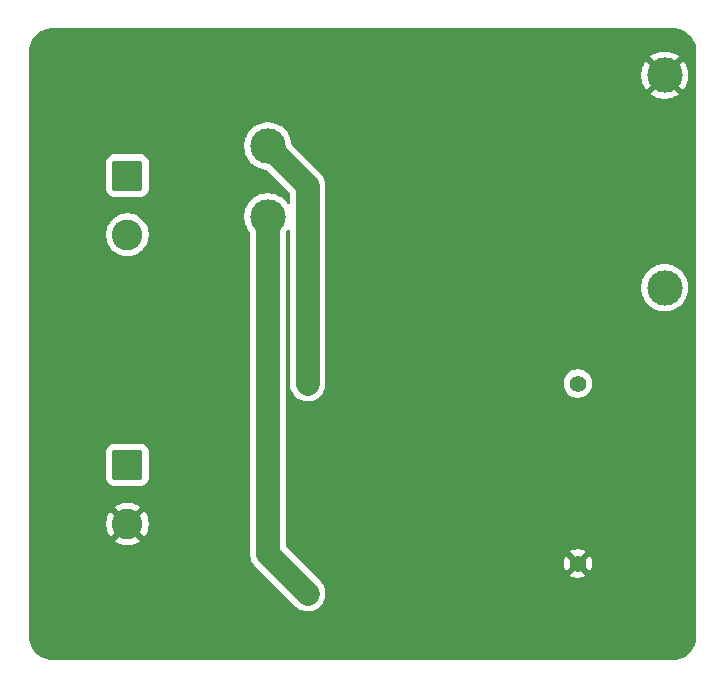
<source format=gbr>
%TF.GenerationSoftware,KiCad,Pcbnew,9.0.0*%
%TF.CreationDate,2025-03-24T13:57:02-05:00*%
%TF.ProjectId,DIIN-proyecto,4449494e-2d70-4726-9f79-6563746f2e6b,rev?*%
%TF.SameCoordinates,Original*%
%TF.FileFunction,Copper,L2,Bot*%
%TF.FilePolarity,Positive*%
%FSLAX46Y46*%
G04 Gerber Fmt 4.6, Leading zero omitted, Abs format (unit mm)*
G04 Created by KiCad (PCBNEW 9.0.0) date 2025-03-24 13:57:02*
%MOMM*%
%LPD*%
G01*
G04 APERTURE LIST*
G04 Aperture macros list*
%AMRoundRect*
0 Rectangle with rounded corners*
0 $1 Rounding radius*
0 $2 $3 $4 $5 $6 $7 $8 $9 X,Y pos of 4 corners*
0 Add a 4 corners polygon primitive as box body*
4,1,4,$2,$3,$4,$5,$6,$7,$8,$9,$2,$3,0*
0 Add four circle primitives for the rounded corners*
1,1,$1+$1,$2,$3*
1,1,$1+$1,$4,$5*
1,1,$1+$1,$6,$7*
1,1,$1+$1,$8,$9*
0 Add four rect primitives between the rounded corners*
20,1,$1+$1,$2,$3,$4,$5,0*
20,1,$1+$1,$4,$5,$6,$7,0*
20,1,$1+$1,$6,$7,$8,$9,0*
20,1,$1+$1,$8,$9,$2,$3,0*%
G04 Aperture macros list end*
%TA.AperFunction,ComponentPad*%
%ADD10C,3.000000*%
%TD*%
%TA.AperFunction,ComponentPad*%
%ADD11C,1.400000*%
%TD*%
%TA.AperFunction,ComponentPad*%
%ADD12RoundRect,0.250000X-1.050000X1.050000X-1.050000X-1.050000X1.050000X-1.050000X1.050000X1.050000X0*%
%TD*%
%TA.AperFunction,ComponentPad*%
%ADD13C,2.600000*%
%TD*%
%TA.AperFunction,Conductor*%
%ADD14C,2.000000*%
%TD*%
G04 APERTURE END LIST*
D10*
%TO.P,U2,1,L*%
%TO.N,L*%
X117220000Y-59000000D03*
%TO.P,U2,2,N*%
%TO.N,N*%
X117220000Y-65000000D03*
%TO.P,U2,3,GND*%
%TO.N,GND*%
X150820000Y-53000000D03*
%TO.P,U2,4,+5v*%
%TO.N,COM*%
X150820000Y-71000000D03*
%TD*%
D11*
%TO.P,PS1,1,VAC_IN_(L)*%
%TO.N,N*%
X120590000Y-96890000D03*
%TO.P,PS1,2,-VOUT*%
%TO.N,GND*%
X143450000Y-94350000D03*
%TO.P,PS1,3,+VOUT*%
%TO.N,+3.3V*%
X143450000Y-79110000D03*
%TO.P,PS1,4,VAC_IN_(N)*%
%TO.N,L*%
X120590000Y-79110000D03*
%TD*%
D12*
%TO.P,J4,1,Pin_1*%
%TO.N,L*%
X105327500Y-61500000D03*
D13*
%TO.P,J4,2,Pin_2*%
%TO.N,N*%
X105327500Y-66500000D03*
%TD*%
D12*
%TO.P,J2,1,Pin_1*%
%TO.N,+12V*%
X105327500Y-86000000D03*
D13*
%TO.P,J2,2,Pin_2*%
%TO.N,GND*%
X105327500Y-91000000D03*
%TD*%
D14*
%TO.N,L*%
X120590000Y-62370000D02*
X117220000Y-59000000D01*
X120590000Y-79110000D02*
X120590000Y-62370000D01*
%TO.N,N*%
X117220000Y-93520000D02*
X117220000Y-65000000D01*
X120590000Y-96890000D02*
X117220000Y-93520000D01*
%TD*%
%TA.AperFunction,Conductor*%
%TO.N,GND*%
G36*
X151504043Y-49000765D02*
G01*
X151752895Y-49017075D01*
X151768953Y-49019190D01*
X151976105Y-49060395D01*
X152009535Y-49067045D01*
X152025202Y-49071243D01*
X152194947Y-49128863D01*
X152257481Y-49150091D01*
X152272458Y-49156294D01*
X152481799Y-49259529D01*
X152492460Y-49264787D01*
X152506508Y-49272897D01*
X152710464Y-49409177D01*
X152723328Y-49419048D01*
X152907749Y-49580781D01*
X152919218Y-49592250D01*
X153080951Y-49776671D01*
X153090825Y-49789539D01*
X153227102Y-49993492D01*
X153235212Y-50007539D01*
X153343702Y-50227534D01*
X153349909Y-50242520D01*
X153428756Y-50474797D01*
X153432954Y-50490464D01*
X153480807Y-50731035D01*
X153482925Y-50747116D01*
X153499235Y-50995956D01*
X153499500Y-51004066D01*
X153499500Y-100495933D01*
X153499235Y-100504043D01*
X153482925Y-100752883D01*
X153480807Y-100768964D01*
X153432954Y-101009535D01*
X153428756Y-101025202D01*
X153349909Y-101257479D01*
X153343702Y-101272465D01*
X153235212Y-101492460D01*
X153227102Y-101506507D01*
X153090825Y-101710460D01*
X153080951Y-101723328D01*
X152919218Y-101907749D01*
X152907749Y-101919218D01*
X152723328Y-102080951D01*
X152710460Y-102090825D01*
X152506507Y-102227102D01*
X152492460Y-102235212D01*
X152272465Y-102343702D01*
X152257479Y-102349909D01*
X152025202Y-102428756D01*
X152009535Y-102432954D01*
X151768964Y-102480807D01*
X151752883Y-102482925D01*
X151504043Y-102499235D01*
X151495933Y-102499500D01*
X99004067Y-102499500D01*
X98995957Y-102499235D01*
X98747116Y-102482925D01*
X98731035Y-102480807D01*
X98490464Y-102432954D01*
X98474797Y-102428756D01*
X98242520Y-102349909D01*
X98227534Y-102343702D01*
X98007539Y-102235212D01*
X97993492Y-102227102D01*
X97789539Y-102090825D01*
X97776671Y-102080951D01*
X97592250Y-101919218D01*
X97580781Y-101907749D01*
X97419048Y-101723328D01*
X97409174Y-101710460D01*
X97272897Y-101506507D01*
X97264787Y-101492460D01*
X97158855Y-101277652D01*
X97156294Y-101272458D01*
X97150090Y-101257479D01*
X97071243Y-101025202D01*
X97067045Y-101009535D01*
X97059186Y-100970026D01*
X97019190Y-100768953D01*
X97017075Y-100752895D01*
X97000765Y-100504043D01*
X97000500Y-100495933D01*
X97000500Y-90882014D01*
X103527500Y-90882014D01*
X103527500Y-91117985D01*
X103558299Y-91351914D01*
X103619370Y-91579837D01*
X103709660Y-91797819D01*
X103709665Y-91797828D01*
X103827644Y-92002171D01*
X103827645Y-92002172D01*
X103890221Y-92083723D01*
X104726458Y-91247487D01*
X104751478Y-91307890D01*
X104822612Y-91414351D01*
X104913149Y-91504888D01*
X105019610Y-91576022D01*
X105080011Y-91601041D01*
X104243775Y-92437277D01*
X104325327Y-92499854D01*
X104325328Y-92499855D01*
X104529671Y-92617834D01*
X104529680Y-92617839D01*
X104747663Y-92708129D01*
X104747661Y-92708129D01*
X104975585Y-92769200D01*
X105209514Y-92799999D01*
X105209529Y-92800000D01*
X105445471Y-92800000D01*
X105445485Y-92799999D01*
X105679414Y-92769200D01*
X105907337Y-92708129D01*
X106125319Y-92617839D01*
X106125328Y-92617834D01*
X106329681Y-92499850D01*
X106411223Y-92437279D01*
X106411223Y-92437276D01*
X105574987Y-91601041D01*
X105635390Y-91576022D01*
X105741851Y-91504888D01*
X105832388Y-91414351D01*
X105903522Y-91307890D01*
X105928541Y-91247488D01*
X106764776Y-92083723D01*
X106764779Y-92083723D01*
X106827350Y-92002181D01*
X106945334Y-91797828D01*
X106945339Y-91797819D01*
X107035629Y-91579837D01*
X107096700Y-91351914D01*
X107127499Y-91117985D01*
X107127500Y-91117971D01*
X107127500Y-90882028D01*
X107127499Y-90882014D01*
X107096700Y-90648085D01*
X107035629Y-90420162D01*
X106945339Y-90202180D01*
X106945334Y-90202171D01*
X106827355Y-89997828D01*
X106827354Y-89997827D01*
X106764777Y-89916275D01*
X105928541Y-90752511D01*
X105903522Y-90692110D01*
X105832388Y-90585649D01*
X105741851Y-90495112D01*
X105635390Y-90423978D01*
X105574988Y-90398958D01*
X106411223Y-89562721D01*
X106329672Y-89500145D01*
X106329671Y-89500144D01*
X106125328Y-89382165D01*
X106125319Y-89382160D01*
X105907336Y-89291870D01*
X105907338Y-89291870D01*
X105679414Y-89230799D01*
X105445485Y-89200000D01*
X105209514Y-89200000D01*
X104975585Y-89230799D01*
X104747662Y-89291870D01*
X104529680Y-89382160D01*
X104529671Y-89382165D01*
X104325328Y-89500144D01*
X104325318Y-89500150D01*
X104243775Y-89562720D01*
X104243775Y-89562721D01*
X105080012Y-90398958D01*
X105019610Y-90423978D01*
X104913149Y-90495112D01*
X104822612Y-90585649D01*
X104751478Y-90692110D01*
X104726458Y-90752511D01*
X103890221Y-89916275D01*
X103890220Y-89916275D01*
X103827650Y-89997818D01*
X103827644Y-89997828D01*
X103709665Y-90202171D01*
X103709660Y-90202180D01*
X103619370Y-90420162D01*
X103558299Y-90648085D01*
X103527500Y-90882014D01*
X97000500Y-90882014D01*
X97000500Y-84899983D01*
X103527000Y-84899983D01*
X103527000Y-87100001D01*
X103527001Y-87100018D01*
X103537500Y-87202796D01*
X103537501Y-87202799D01*
X103592685Y-87369331D01*
X103592686Y-87369334D01*
X103684788Y-87518656D01*
X103808844Y-87642712D01*
X103958166Y-87734814D01*
X104124703Y-87789999D01*
X104227491Y-87800500D01*
X106427508Y-87800499D01*
X106530297Y-87789999D01*
X106696834Y-87734814D01*
X106846156Y-87642712D01*
X106970212Y-87518656D01*
X107062314Y-87369334D01*
X107117499Y-87202797D01*
X107128000Y-87100009D01*
X107127999Y-84899992D01*
X107117499Y-84797203D01*
X107062314Y-84630666D01*
X106970212Y-84481344D01*
X106846156Y-84357288D01*
X106696834Y-84265186D01*
X106530297Y-84210001D01*
X106530295Y-84210000D01*
X106427510Y-84199500D01*
X104227498Y-84199500D01*
X104227481Y-84199501D01*
X104124703Y-84210000D01*
X104124700Y-84210001D01*
X103958168Y-84265185D01*
X103958163Y-84265187D01*
X103808842Y-84357289D01*
X103684789Y-84481342D01*
X103592687Y-84630663D01*
X103592686Y-84630666D01*
X103537501Y-84797203D01*
X103537501Y-84797204D01*
X103537500Y-84797204D01*
X103527000Y-84899983D01*
X97000500Y-84899983D01*
X97000500Y-66381995D01*
X103527000Y-66381995D01*
X103527000Y-66618004D01*
X103527001Y-66618020D01*
X103557806Y-66852010D01*
X103618894Y-67079993D01*
X103709214Y-67298045D01*
X103709219Y-67298056D01*
X103780177Y-67420957D01*
X103827227Y-67502450D01*
X103827229Y-67502453D01*
X103827230Y-67502454D01*
X103970906Y-67689697D01*
X103970912Y-67689704D01*
X104137795Y-67856587D01*
X104137801Y-67856592D01*
X104325050Y-68000273D01*
X104456418Y-68076118D01*
X104529443Y-68118280D01*
X104529448Y-68118282D01*
X104529451Y-68118284D01*
X104747507Y-68208606D01*
X104975486Y-68269693D01*
X105209489Y-68300500D01*
X105209496Y-68300500D01*
X105445504Y-68300500D01*
X105445511Y-68300500D01*
X105679514Y-68269693D01*
X105907493Y-68208606D01*
X106125549Y-68118284D01*
X106329950Y-68000273D01*
X106517199Y-67856592D01*
X106684092Y-67689699D01*
X106827773Y-67502450D01*
X106945784Y-67298049D01*
X107036106Y-67079993D01*
X107097193Y-66852014D01*
X107128000Y-66618011D01*
X107128000Y-66381989D01*
X107097193Y-66147986D01*
X107036106Y-65920007D01*
X106945784Y-65701951D01*
X106945782Y-65701948D01*
X106945780Y-65701943D01*
X106903618Y-65628918D01*
X106827773Y-65497550D01*
X106768501Y-65420306D01*
X106684093Y-65310302D01*
X106684087Y-65310295D01*
X106517204Y-65143412D01*
X106517197Y-65143406D01*
X106329954Y-64999730D01*
X106329953Y-64999729D01*
X106329950Y-64999727D01*
X106248457Y-64952677D01*
X106125556Y-64881719D01*
X106125545Y-64881714D01*
X105907493Y-64791394D01*
X105679510Y-64730306D01*
X105445520Y-64699501D01*
X105445517Y-64699500D01*
X105445511Y-64699500D01*
X105209489Y-64699500D01*
X105209483Y-64699500D01*
X105209479Y-64699501D01*
X104975489Y-64730306D01*
X104747506Y-64791394D01*
X104529454Y-64881714D01*
X104529443Y-64881719D01*
X104325045Y-64999730D01*
X104137802Y-65143406D01*
X104137795Y-65143412D01*
X103970912Y-65310295D01*
X103970906Y-65310302D01*
X103827230Y-65497545D01*
X103709219Y-65701943D01*
X103709214Y-65701954D01*
X103618894Y-65920006D01*
X103557806Y-66147989D01*
X103527001Y-66381979D01*
X103527000Y-66381995D01*
X97000500Y-66381995D01*
X97000500Y-60399983D01*
X103527000Y-60399983D01*
X103527000Y-62600001D01*
X103527001Y-62600018D01*
X103537500Y-62702796D01*
X103537501Y-62702799D01*
X103592685Y-62869331D01*
X103592686Y-62869334D01*
X103684788Y-63018656D01*
X103808844Y-63142712D01*
X103958166Y-63234814D01*
X104124703Y-63289999D01*
X104227491Y-63300500D01*
X106427508Y-63300499D01*
X106530297Y-63289999D01*
X106696834Y-63234814D01*
X106846156Y-63142712D01*
X106970212Y-63018656D01*
X107062314Y-62869334D01*
X107117499Y-62702797D01*
X107128000Y-62600009D01*
X107127999Y-60399992D01*
X107117499Y-60297203D01*
X107062314Y-60130666D01*
X106970212Y-59981344D01*
X106846156Y-59857288D01*
X106696834Y-59765186D01*
X106530297Y-59710001D01*
X106530295Y-59710000D01*
X106427510Y-59699500D01*
X104227498Y-59699500D01*
X104227481Y-59699501D01*
X104124703Y-59710000D01*
X104124700Y-59710001D01*
X103958168Y-59765185D01*
X103958163Y-59765187D01*
X103808842Y-59857289D01*
X103684789Y-59981342D01*
X103592687Y-60130663D01*
X103592686Y-60130666D01*
X103537501Y-60297203D01*
X103537501Y-60297204D01*
X103537500Y-60297204D01*
X103527000Y-60399983D01*
X97000500Y-60399983D01*
X97000500Y-58868872D01*
X115219500Y-58868872D01*
X115219500Y-59131127D01*
X115246123Y-59333339D01*
X115253730Y-59391116D01*
X115321602Y-59644418D01*
X115321605Y-59644428D01*
X115421953Y-59886690D01*
X115421958Y-59886700D01*
X115553075Y-60113803D01*
X115712718Y-60321851D01*
X115712726Y-60321860D01*
X115898140Y-60507274D01*
X115898148Y-60507281D01*
X116106196Y-60666924D01*
X116333299Y-60798041D01*
X116333309Y-60798046D01*
X116575571Y-60898394D01*
X116575581Y-60898398D01*
X116828884Y-60966270D01*
X117058196Y-60996460D01*
X117122092Y-61024727D01*
X117129691Y-61031718D01*
X119053181Y-62955208D01*
X119086666Y-63016531D01*
X119089500Y-63042889D01*
X119089500Y-63784907D01*
X119069815Y-63851946D01*
X119017011Y-63897701D01*
X118947853Y-63907645D01*
X118884297Y-63878620D01*
X118867125Y-63860394D01*
X118727281Y-63678148D01*
X118727274Y-63678140D01*
X118541860Y-63492726D01*
X118541851Y-63492718D01*
X118333803Y-63333075D01*
X118106700Y-63201958D01*
X118106690Y-63201953D01*
X117864428Y-63101605D01*
X117864421Y-63101603D01*
X117864419Y-63101602D01*
X117611116Y-63033730D01*
X117553339Y-63026123D01*
X117351127Y-62999500D01*
X117351120Y-62999500D01*
X117088880Y-62999500D01*
X117088872Y-62999500D01*
X116857772Y-63029926D01*
X116828884Y-63033730D01*
X116575581Y-63101602D01*
X116575571Y-63101605D01*
X116333309Y-63201953D01*
X116333299Y-63201958D01*
X116106196Y-63333075D01*
X115898148Y-63492718D01*
X115712718Y-63678148D01*
X115553075Y-63886196D01*
X115421958Y-64113299D01*
X115421953Y-64113309D01*
X115321605Y-64355571D01*
X115321602Y-64355581D01*
X115253730Y-64608885D01*
X115219500Y-64868872D01*
X115219500Y-65131127D01*
X115243089Y-65310295D01*
X115253730Y-65391116D01*
X115282249Y-65497550D01*
X115321602Y-65644418D01*
X115321605Y-65644428D01*
X115421953Y-65886690D01*
X115421958Y-65886700D01*
X115553075Y-66113803D01*
X115693875Y-66297294D01*
X115719070Y-66362463D01*
X115719500Y-66372781D01*
X115719500Y-93638097D01*
X115756446Y-93871368D01*
X115829433Y-94095996D01*
X115910731Y-94255552D01*
X115936657Y-94306434D01*
X116011353Y-94409244D01*
X116075484Y-94497511D01*
X116075485Y-94497512D01*
X119612491Y-98034519D01*
X119612496Y-98034523D01*
X119779155Y-98155606D01*
X119803567Y-98173343D01*
X119937659Y-98241666D01*
X120014003Y-98280566D01*
X120014005Y-98280566D01*
X120014008Y-98280568D01*
X120134412Y-98319689D01*
X120238631Y-98353553D01*
X120471903Y-98390500D01*
X120471908Y-98390500D01*
X120708097Y-98390500D01*
X120837690Y-98369973D01*
X120941369Y-98353553D01*
X121165992Y-98280568D01*
X121376434Y-98173343D01*
X121567510Y-98034518D01*
X121734518Y-97867510D01*
X121873343Y-97676434D01*
X121980568Y-97465992D01*
X122053553Y-97241369D01*
X122069973Y-97137690D01*
X122090500Y-97008097D01*
X122090500Y-96771902D01*
X122053553Y-96538631D01*
X121980566Y-96314003D01*
X121941666Y-96237659D01*
X121873343Y-96103567D01*
X121855606Y-96079155D01*
X121734523Y-95912496D01*
X121734519Y-95912491D01*
X120077580Y-94255552D01*
X142250000Y-94255552D01*
X142250000Y-94444447D01*
X142279548Y-94631002D01*
X142337914Y-94810637D01*
X142423666Y-94978933D01*
X142442116Y-95004328D01*
X143007861Y-94438584D01*
X143030667Y-94523694D01*
X143089910Y-94626306D01*
X143173694Y-94710090D01*
X143276306Y-94769333D01*
X143361415Y-94792138D01*
X142795669Y-95357882D01*
X142795670Y-95357883D01*
X142821059Y-95376329D01*
X142989362Y-95462085D01*
X143168997Y-95520451D01*
X143355553Y-95550000D01*
X143544447Y-95550000D01*
X143731002Y-95520451D01*
X143910637Y-95462085D01*
X144078937Y-95376331D01*
X144104328Y-95357883D01*
X144104328Y-95357882D01*
X143538584Y-94792138D01*
X143623694Y-94769333D01*
X143726306Y-94710090D01*
X143810090Y-94626306D01*
X143869333Y-94523694D01*
X143892138Y-94438584D01*
X144457882Y-95004328D01*
X144457883Y-95004328D01*
X144476331Y-94978937D01*
X144562085Y-94810637D01*
X144620451Y-94631002D01*
X144650000Y-94444447D01*
X144650000Y-94255552D01*
X144620451Y-94068997D01*
X144562085Y-93889362D01*
X144476329Y-93721059D01*
X144457883Y-93695670D01*
X144457882Y-93695669D01*
X143892137Y-94261414D01*
X143869333Y-94176306D01*
X143810090Y-94073694D01*
X143726306Y-93989910D01*
X143623694Y-93930667D01*
X143538584Y-93907861D01*
X144104328Y-93342116D01*
X144078933Y-93323666D01*
X143910637Y-93237914D01*
X143731002Y-93179548D01*
X143544447Y-93150000D01*
X143355553Y-93150000D01*
X143168997Y-93179548D01*
X142989362Y-93237914D01*
X142821060Y-93323669D01*
X142795670Y-93342116D01*
X142795669Y-93342116D01*
X143361415Y-93907861D01*
X143276306Y-93930667D01*
X143173694Y-93989910D01*
X143089910Y-94073694D01*
X143030667Y-94176306D01*
X143007861Y-94261414D01*
X142442116Y-93695669D01*
X142442116Y-93695670D01*
X142423669Y-93721060D01*
X142337914Y-93889362D01*
X142279548Y-94068997D01*
X142250000Y-94255552D01*
X120077580Y-94255552D01*
X118756819Y-92934791D01*
X118723334Y-92873468D01*
X118720500Y-92847110D01*
X118720500Y-66372781D01*
X118726940Y-66350848D01*
X118728842Y-66328068D01*
X118738875Y-66310201D01*
X118740185Y-66305742D01*
X118746108Y-66297315D01*
X118867126Y-66139602D01*
X118923552Y-66098403D01*
X118993299Y-66094248D01*
X119054219Y-66128461D01*
X119086971Y-66190178D01*
X119089500Y-66215092D01*
X119089500Y-79228097D01*
X119126446Y-79461368D01*
X119199433Y-79685996D01*
X119226542Y-79739199D01*
X119306657Y-79896433D01*
X119445483Y-80087510D01*
X119612490Y-80254517D01*
X119803567Y-80393343D01*
X119902991Y-80444002D01*
X120014003Y-80500566D01*
X120014005Y-80500566D01*
X120014008Y-80500568D01*
X120134412Y-80539689D01*
X120238631Y-80573553D01*
X120471903Y-80610500D01*
X120471908Y-80610500D01*
X120708097Y-80610500D01*
X120941368Y-80573553D01*
X121165992Y-80500568D01*
X121376433Y-80393343D01*
X121567510Y-80254517D01*
X121734517Y-80087510D01*
X121873343Y-79896433D01*
X121980568Y-79685992D01*
X122053553Y-79461368D01*
X122090500Y-79228097D01*
X122090500Y-79015513D01*
X142249500Y-79015513D01*
X142249500Y-79204486D01*
X142279059Y-79391118D01*
X142337454Y-79570836D01*
X142423240Y-79739199D01*
X142534310Y-79892073D01*
X142667927Y-80025690D01*
X142820801Y-80136760D01*
X142900347Y-80177290D01*
X142989163Y-80222545D01*
X142989165Y-80222545D01*
X142989168Y-80222547D01*
X143085497Y-80253846D01*
X143168881Y-80280940D01*
X143355514Y-80310500D01*
X143355519Y-80310500D01*
X143544486Y-80310500D01*
X143731118Y-80280940D01*
X143910832Y-80222547D01*
X144079199Y-80136760D01*
X144232073Y-80025690D01*
X144365690Y-79892073D01*
X144476760Y-79739199D01*
X144562547Y-79570832D01*
X144620940Y-79391118D01*
X144646760Y-79228097D01*
X144650500Y-79204486D01*
X144650500Y-79015513D01*
X144620940Y-78828881D01*
X144562545Y-78649163D01*
X144476759Y-78480800D01*
X144365690Y-78327927D01*
X144232073Y-78194310D01*
X144079199Y-78083240D01*
X143910836Y-77997454D01*
X143731118Y-77939059D01*
X143544486Y-77909500D01*
X143544481Y-77909500D01*
X143355519Y-77909500D01*
X143355514Y-77909500D01*
X143168881Y-77939059D01*
X142989163Y-77997454D01*
X142820800Y-78083240D01*
X142733579Y-78146610D01*
X142667927Y-78194310D01*
X142667925Y-78194312D01*
X142667924Y-78194312D01*
X142534312Y-78327924D01*
X142534312Y-78327925D01*
X142534310Y-78327927D01*
X142486610Y-78393579D01*
X142423240Y-78480800D01*
X142337454Y-78649163D01*
X142279059Y-78828881D01*
X142249500Y-79015513D01*
X122090500Y-79015513D01*
X122090500Y-70868872D01*
X148819500Y-70868872D01*
X148819500Y-71131127D01*
X148846123Y-71333339D01*
X148853730Y-71391116D01*
X148921602Y-71644418D01*
X148921605Y-71644428D01*
X149021953Y-71886690D01*
X149021958Y-71886700D01*
X149153075Y-72113803D01*
X149312718Y-72321851D01*
X149312726Y-72321860D01*
X149498140Y-72507274D01*
X149498148Y-72507281D01*
X149706196Y-72666924D01*
X149933299Y-72798041D01*
X149933309Y-72798046D01*
X150175571Y-72898394D01*
X150175581Y-72898398D01*
X150428884Y-72966270D01*
X150688880Y-73000500D01*
X150688887Y-73000500D01*
X150951113Y-73000500D01*
X150951120Y-73000500D01*
X151211116Y-72966270D01*
X151464419Y-72898398D01*
X151706697Y-72798043D01*
X151933803Y-72666924D01*
X152141851Y-72507282D01*
X152141855Y-72507277D01*
X152141860Y-72507274D01*
X152327274Y-72321860D01*
X152327277Y-72321855D01*
X152327282Y-72321851D01*
X152486924Y-72113803D01*
X152618043Y-71886697D01*
X152718398Y-71644419D01*
X152786270Y-71391116D01*
X152820500Y-71131120D01*
X152820500Y-70868880D01*
X152786270Y-70608884D01*
X152718398Y-70355581D01*
X152718394Y-70355571D01*
X152618046Y-70113309D01*
X152618041Y-70113299D01*
X152486924Y-69886196D01*
X152327281Y-69678148D01*
X152327274Y-69678140D01*
X152141860Y-69492726D01*
X152141851Y-69492718D01*
X151933803Y-69333075D01*
X151706700Y-69201958D01*
X151706690Y-69201953D01*
X151464428Y-69101605D01*
X151464421Y-69101603D01*
X151464419Y-69101602D01*
X151211116Y-69033730D01*
X151153339Y-69026123D01*
X150951127Y-68999500D01*
X150951120Y-68999500D01*
X150688880Y-68999500D01*
X150688872Y-68999500D01*
X150457772Y-69029926D01*
X150428884Y-69033730D01*
X150175581Y-69101602D01*
X150175571Y-69101605D01*
X149933309Y-69201953D01*
X149933299Y-69201958D01*
X149706196Y-69333075D01*
X149498148Y-69492718D01*
X149312718Y-69678148D01*
X149153075Y-69886196D01*
X149021958Y-70113299D01*
X149021953Y-70113309D01*
X148921605Y-70355571D01*
X148921602Y-70355581D01*
X148853730Y-70608885D01*
X148819500Y-70868872D01*
X122090500Y-70868872D01*
X122090500Y-62251902D01*
X122053553Y-62018631D01*
X121980566Y-61794003D01*
X121941666Y-61717659D01*
X121873343Y-61583567D01*
X121855606Y-61559155D01*
X121734523Y-61392496D01*
X121734519Y-61392491D01*
X119251718Y-58909690D01*
X119218233Y-58848367D01*
X119216460Y-58838195D01*
X119186270Y-58608884D01*
X119118398Y-58355581D01*
X119118394Y-58355571D01*
X119018046Y-58113309D01*
X119018041Y-58113299D01*
X118886924Y-57886196D01*
X118727281Y-57678148D01*
X118727274Y-57678140D01*
X118541860Y-57492726D01*
X118541851Y-57492718D01*
X118333803Y-57333075D01*
X118106700Y-57201958D01*
X118106690Y-57201953D01*
X117864428Y-57101605D01*
X117864421Y-57101603D01*
X117864419Y-57101602D01*
X117611116Y-57033730D01*
X117553339Y-57026123D01*
X117351127Y-56999500D01*
X117351120Y-56999500D01*
X117088880Y-56999500D01*
X117088872Y-56999500D01*
X116857772Y-57029926D01*
X116828884Y-57033730D01*
X116575581Y-57101602D01*
X116575571Y-57101605D01*
X116333309Y-57201953D01*
X116333299Y-57201958D01*
X116106196Y-57333075D01*
X115898148Y-57492718D01*
X115712718Y-57678148D01*
X115553075Y-57886196D01*
X115421958Y-58113299D01*
X115421953Y-58113309D01*
X115321605Y-58355571D01*
X115321602Y-58355581D01*
X115253730Y-58608885D01*
X115219500Y-58868872D01*
X97000500Y-58868872D01*
X97000500Y-52868905D01*
X148820000Y-52868905D01*
X148820000Y-53131094D01*
X148854220Y-53391009D01*
X148854222Y-53391020D01*
X148922075Y-53644255D01*
X149022404Y-53886471D01*
X149022409Y-53886482D01*
X149153488Y-54113516D01*
X149153494Y-54113524D01*
X149240080Y-54226365D01*
X150255387Y-53211058D01*
X150260889Y-53231591D01*
X150339881Y-53368408D01*
X150451592Y-53480119D01*
X150588409Y-53559111D01*
X150608940Y-53564612D01*
X149593633Y-54579917D01*
X149593633Y-54579918D01*
X149706475Y-54666505D01*
X149706483Y-54666511D01*
X149933517Y-54797590D01*
X149933528Y-54797595D01*
X150175744Y-54897924D01*
X150428979Y-54965777D01*
X150428990Y-54965779D01*
X150688905Y-54999999D01*
X150688920Y-55000000D01*
X150951080Y-55000000D01*
X150951094Y-54999999D01*
X151211009Y-54965779D01*
X151211020Y-54965777D01*
X151464255Y-54897924D01*
X151706471Y-54797595D01*
X151706482Y-54797590D01*
X151933516Y-54666511D01*
X151933534Y-54666499D01*
X152046365Y-54579919D01*
X152046365Y-54579917D01*
X151031059Y-53564612D01*
X151051591Y-53559111D01*
X151188408Y-53480119D01*
X151300119Y-53368408D01*
X151379111Y-53231591D01*
X151384612Y-53211060D01*
X152399917Y-54226365D01*
X152399919Y-54226365D01*
X152486499Y-54113534D01*
X152486511Y-54113516D01*
X152617590Y-53886482D01*
X152617595Y-53886471D01*
X152717924Y-53644255D01*
X152785777Y-53391020D01*
X152785779Y-53391009D01*
X152819999Y-53131094D01*
X152820000Y-53131080D01*
X152820000Y-52868919D01*
X152819999Y-52868905D01*
X152785779Y-52608990D01*
X152785777Y-52608979D01*
X152717924Y-52355744D01*
X152617595Y-52113528D01*
X152617590Y-52113517D01*
X152486511Y-51886483D01*
X152486505Y-51886475D01*
X152399918Y-51773633D01*
X152399917Y-51773633D01*
X151384612Y-52788939D01*
X151379111Y-52768409D01*
X151300119Y-52631592D01*
X151188408Y-52519881D01*
X151051591Y-52440889D01*
X151031057Y-52435387D01*
X152046365Y-51420080D01*
X151933524Y-51333494D01*
X151933516Y-51333488D01*
X151706482Y-51202409D01*
X151706471Y-51202404D01*
X151464255Y-51102075D01*
X151211020Y-51034222D01*
X151211009Y-51034220D01*
X150951094Y-51000000D01*
X150688905Y-51000000D01*
X150428990Y-51034220D01*
X150428979Y-51034222D01*
X150175744Y-51102075D01*
X149933528Y-51202404D01*
X149933517Y-51202409D01*
X149706471Y-51333496D01*
X149593633Y-51420079D01*
X149593633Y-51420080D01*
X150608940Y-52435387D01*
X150588409Y-52440889D01*
X150451592Y-52519881D01*
X150339881Y-52631592D01*
X150260889Y-52768409D01*
X150255387Y-52788940D01*
X149240080Y-51773633D01*
X149240079Y-51773633D01*
X149153496Y-51886471D01*
X149022409Y-52113517D01*
X149022404Y-52113528D01*
X148922075Y-52355744D01*
X148854222Y-52608979D01*
X148854220Y-52608990D01*
X148820000Y-52868905D01*
X97000500Y-52868905D01*
X97000500Y-51004066D01*
X97000765Y-50995956D01*
X97004819Y-50934108D01*
X97017075Y-50747102D01*
X97019190Y-50731048D01*
X97067045Y-50490462D01*
X97071243Y-50474797D01*
X97094337Y-50406762D01*
X97150093Y-50242512D01*
X97156291Y-50227547D01*
X97264790Y-50007533D01*
X97272893Y-49993498D01*
X97409182Y-49789527D01*
X97419039Y-49776681D01*
X97580786Y-49592244D01*
X97592244Y-49580786D01*
X97776681Y-49419039D01*
X97789527Y-49409182D01*
X97993498Y-49272893D01*
X98007533Y-49264790D01*
X98227547Y-49156291D01*
X98242512Y-49150093D01*
X98406762Y-49094337D01*
X98474797Y-49071243D01*
X98490464Y-49067045D01*
X98731048Y-49019190D01*
X98747102Y-49017075D01*
X98995957Y-49000765D01*
X99004067Y-49000500D01*
X99065892Y-49000500D01*
X151434108Y-49000500D01*
X151495933Y-49000500D01*
X151504043Y-49000765D01*
G37*
%TD.AperFunction*%
%TD*%
M02*

</source>
